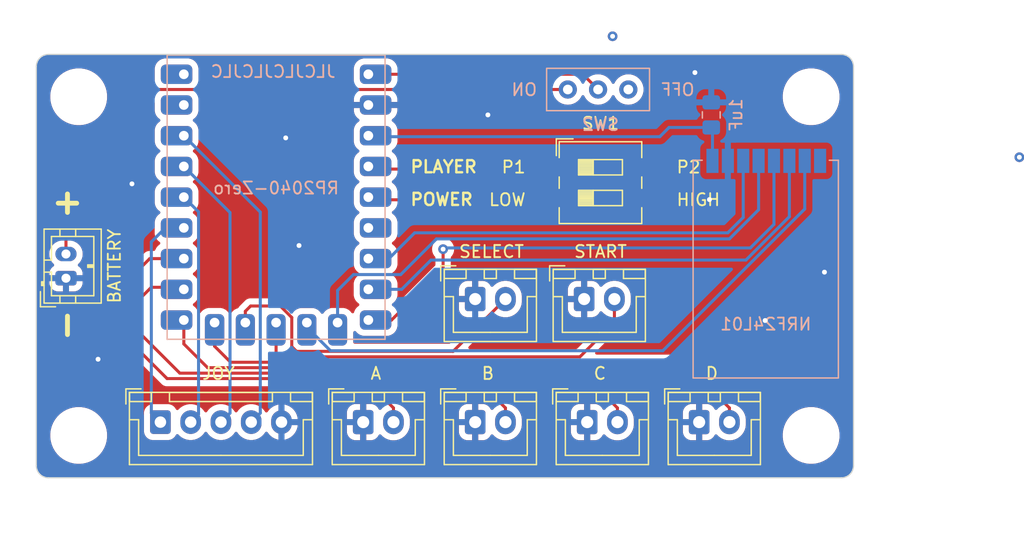
<source format=kicad_pcb>
(kicad_pcb (version 20240108) (generator "pcbnew") (generator_version "8.0")
  (title_block (title "NG2040 Controller") (rev "1") (company "@partlyhuman"))
  (layers (0 "F.Cu" signal) (31 "B.Cu" signal) (34 "B.Paste" user) (35 "F.Paste" user) (36 "B.SilkS" user "B.Silkscreen") (37 "F.SilkS" user "F.Silkscreen") (38 "B.Mask" user) (39 "F.Mask" user) (44 "Edge.Cuts" user))
  (net 0 "")
  (net 1 "GND")
  (net 2 "/3V3")
  (net 3 "/BA")
  (net 4 "/BB")
  (net 5 "/BC")
  (net 6 "/BD")
  (net 7 "/STA")
  (net 8 "/SEL")
  (net 9 "/DD")
  (net 10 "/DU")
  (net 11 "/DR")
  (net 12 "/DL")
  (net 13 "/VBATT")
  (net 14 "/SET_POWER")
  (net 15 "/SET_PLAYER")
  (net 17 "/CE")
  (net 19 "/MISO")
  (net 20 "/MOSI")
  (net 21 "/SCK")
  (net 22 "/CS")
  (net 24 "Net-(J8-Pin_2)")
  (footprint "Connector_JST:JST_XH_B2B-XH-A_1x02_P2.50mm_Vertical" (layer "F.Cu") (at 74.25 59.725001)
    (property "Reference" "J6" (hide yes))
    (property "Value" "SELECT" (at 1.35 -3.925001 0) (layer "F.SilkS"))
    (fp_line (start -2.85 -2.75) (end -2.85 -1.5) (stroke (width 0.12)) (layer "F.SilkS"))
    (fp_line (start -2.56 -2.46) (end -2.56 3.51) (stroke (width 0.12)) (layer "F.SilkS"))
    (fp_line (start -2.56 3.51) (end 5.06 3.51) (stroke (width 0.12)) (layer "F.SilkS"))
    (fp_line (start -2.55 -2.45) (end -2.55 -1.7) (stroke (width 0.12)) (layer "F.SilkS"))
    (fp_line (start -2.55 -1.7) (end -0.750001 -1.7) (stroke (width 0.12)) (layer "F.SilkS"))
    (fp_line (start -2.55 -0.2) (end -1.8 -0.2) (stroke (width 0.12)) (layer "F.SilkS"))
    (fp_line (start -1.8 -0.2) (end -1.8 2.75) (stroke (width 0.12)) (layer "F.SilkS"))
    (fp_line (start -1.8 2.75) (end 1.25 2.75) (stroke (width 0.12)) (layer "F.SilkS"))
    (fp_line (start -1.6 -2.75) (end -2.85 -2.75) (stroke (width 0.12)) (layer "F.SilkS"))
    (fp_line (start -0.750001 -1.7) (end -0.75 -2.450001) (stroke (width 0.12)) (layer "F.SilkS"))
    (fp_line (start -0.75 -2.450001) (end -2.55 -2.45) (stroke (width 0.12)) (layer "F.SilkS"))
    (fp_line (start 0.75 -2.450001) (end 0.750001 -1.7) (stroke (width 0.12)) (layer "F.SilkS"))
    (fp_line (start 0.750001 -1.7) (end 1.749999 -1.7) (stroke (width 0.12)) (layer "F.SilkS"))
    (fp_line (start 1.749999 -2.45) (end 0.75 -2.450001) (stroke (width 0.12)) (layer "F.SilkS"))
    (fp_line (start 1.749999 -1.7) (end 1.749999 -2.45) (stroke (width 0.12)) (layer "F.SilkS"))
    (fp_line (start 3.25 -2.450001) (end 3.250001 -1.7) (stroke (width 0.12)) (layer "F.SilkS"))
    (fp_line (start 3.250001 -1.7) (end 5.05 -1.7) (stroke (width 0.12)) (layer "F.SilkS"))
    (fp_line (start 4.3 -0.2) (end 4.3 2.75) (stroke (width 0.12)) (layer "F.SilkS"))
    (fp_line (start 4.3 2.75) (end 1.25 2.75) (stroke (width 0.12)) (layer "F.SilkS"))
    (fp_line (start 5.05 -2.45) (end 3.25 -2.450001) (stroke (width 0.12)) (layer "F.SilkS"))
    (fp_line (start 5.05 -1.7) (end 5.05 -2.45) (stroke (width 0.12)) (layer "F.SilkS"))
    (fp_line (start 5.05 -0.2) (end 4.3 -0.2) (stroke (width 0.12)) (layer "F.SilkS"))
    (fp_line (start 5.06 -2.46) (end -2.56 -2.46) (stroke (width 0.12)) (layer "F.SilkS"))
    (fp_line (start 5.06 3.51) (end 5.06 -2.46) (stroke (width 0.12)) (layer "F.SilkS"))
    (pad "1" thru_hole roundrect (at 0 0) (size 1.7 2) (drill 1) (layers "*.Cu" "*.Mask") (roundrect_rratio 0.147059) (net 1 "GND"))
    (pad "2" thru_hole oval (at 2.5 0) (size 1.7 2) (drill 1) (layers "*.Cu" "*.Mask") (net 8 "/SEL"))
  )
  (footprint "Connector_JST:JST_XH_B2B-XH-A_1x02_P2.50mm_Vertical" (layer "F.Cu") (at 83.25 59.725001)
    (property "Reference" "J5" (hide yes))
    (property "Value" "START" (at 1.35 -3.925001 0) (layer "F.SilkS"))
    (fp_line (start -2.85 -2.75) (end -2.85 -1.5) (stroke (width 0.12)) (layer "F.SilkS"))
    (fp_line (start -2.56 -2.46) (end -2.56 3.51) (stroke (width 0.12)) (layer "F.SilkS"))
    (fp_line (start -2.56 3.51) (end 5.06 3.51) (stroke (width 0.12)) (layer "F.SilkS"))
    (fp_line (start -2.55 -2.45) (end -2.55 -1.7) (stroke (width 0.12)) (layer "F.SilkS"))
    (fp_line (start -2.55 -1.7) (end -0.750001 -1.7) (stroke (width 0.12)) (layer "F.SilkS"))
    (fp_line (start -2.55 -0.2) (end -1.8 -0.2) (stroke (width 0.12)) (layer "F.SilkS"))
    (fp_line (start -1.8 -0.2) (end -1.8 2.75) (stroke (width 0.12)) (layer "F.SilkS"))
    (fp_line (start -1.8 2.75) (end 1.25 2.75) (stroke (width 0.12)) (layer "F.SilkS"))
    (fp_line (start -1.6 -2.75) (end -2.85 -2.75) (stroke (width 0.12)) (layer "F.SilkS"))
    (fp_line (start -0.750001 -1.7) (end -0.75 -2.450001) (stroke (width 0.12)) (layer "F.SilkS"))
    (fp_line (start -0.75 -2.450001) (end -2.55 -2.45) (stroke (width 0.12)) (layer "F.SilkS"))
    (fp_line (start 0.75 -2.450001) (end 0.750001 -1.7) (stroke (width 0.12)) (layer "F.SilkS"))
    (fp_line (start 0.750001 -1.7) (end 1.749999 -1.7) (stroke (width 0.12)) (layer "F.SilkS"))
    (fp_line (start 1.749999 -2.45) (end 0.75 -2.450001) (stroke (width 0.12)) (layer "F.SilkS"))
    (fp_line (start 1.749999 -1.7) (end 1.749999 -2.45) (stroke (width 0.12)) (layer "F.SilkS"))
    (fp_line (start 3.25 -2.450001) (end 3.250001 -1.7) (stroke (width 0.12)) (layer "F.SilkS"))
    (fp_line (start 3.250001 -1.7) (end 5.05 -1.7) (stroke (width 0.12)) (layer "F.SilkS"))
    (fp_line (start 4.3 -0.2) (end 4.3 2.75) (stroke (width 0.12)) (layer "F.SilkS"))
    (fp_line (start 4.3 2.75) (end 1.25 2.75) (stroke (width 0.12)) (layer "F.SilkS"))
    (fp_line (start 5.05 -2.45) (end 3.25 -2.450001) (stroke (width 0.12)) (layer "F.SilkS"))
    (fp_line (start 5.05 -1.7) (end 5.05 -2.45) (stroke (width 0.12)) (layer "F.SilkS"))
    (fp_line (start 5.05 -0.2) (end 4.3 -0.2) (stroke (width 0.12)) (layer "F.SilkS"))
    (fp_line (start 5.06 -2.46) (end -2.56 -2.46) (stroke (width 0.12)) (layer "F.SilkS"))
    (fp_line (start 5.06 3.51) (end 5.06 -2.46) (stroke (width 0.12)) (layer "F.SilkS"))
    (pad "1" thru_hole roundrect (at 0 0) (size 1.7 2) (drill 1) (layers "*.Cu" "*.Mask") (roundrect_rratio 0.147059) (net 1 "GND"))
    (pad "2" thru_hole oval (at 2.5 0) (size 1.7 2) (drill 1) (layers "*.Cu" "*.Mask") (net 7 "/STA"))
  )
  (footprint "Connector_JST:JST_XH_B5B-XH-A_1x05_P2.50mm_Vertical" (layer "F.Cu") (at 48.25 69.899999)
    (property "Reference" "J7" (hide yes))
    (property "Value" "JOY" (at 4.8 -4.025001 0) (layer "F.SilkS"))
    (fp_line (start -2.85 -2.75) (end -2.85 -1.5) (stroke (width 0.12)) (layer "F.SilkS"))
    (fp_line (start -2.56 -2.46) (end -2.56 3.51) (stroke (width 0.12)) (layer "F.SilkS"))
    (fp_line (start -2.56 3.51) (end 12.56 3.51) (stroke (width 0.12)) (layer "F.SilkS"))
    (fp_line (start -2.55 -2.45) (end -2.55 -1.7) (stroke (width 0.12)) (layer "F.SilkS"))
    (fp_line (start -2.55 -1.7) (end -0.750001 -1.7) (stroke (width 0.12)) (layer "F.SilkS"))
    (fp_line (start -2.55 -0.2) (end -1.8 -0.2) (stroke (width 0.12)) (layer "F.SilkS"))
    (fp_line (start -1.8 -0.2) (end -1.8 2.75) (stroke (width 0.12)) (layer "F.SilkS"))
    (fp_line (start -1.8 2.75) (end 5 2.75) (stroke (width 0.12)) (layer "F.SilkS"))
    (fp_line (start -1.6 -2.75) (end -2.85 -2.75) (stroke (width 0.12)) (layer "F.SilkS"))
    (fp_line (start -0.750001 -1.7) (end -0.75 -2.450001) (stroke (width 0.12)) (layer "F.SilkS"))
    (fp_line (start -0.75 -2.450001) (end -2.55 -2.45) (stroke (width 0.12)) (layer "F.SilkS"))
    (fp_line (start 0.75 -2.450001) (end 0.750001 -1.7) (stroke (width 0.12)) (layer "F.SilkS"))
    (fp_line (start 0.750001 -1.7) (end 9.25 -1.7) (stroke (width 0.12)) (layer "F.SilkS"))
    (fp_line (start 9.25 -2.45) (end 0.75 -2.450001) (stroke (width 0.12)) (layer "F.SilkS"))
    (fp_line (start 9.25 -1.7) (end 9.25 -2.45) (stroke (width 0.12)) (layer "F.SilkS"))
    (fp_line (start 10.749999 -1.7) (end 12.550001 -1.7) (stroke (width 0.12)) (layer "F.SilkS"))
    (fp_line (start 10.75 -2.450001) (end 10.749999 -1.7) (stroke (width 0.12)) (layer "F.SilkS"))
    (fp_line (start 11.8 -0.199999) (end 11.8 2.75) (stroke (width 0.12)) (layer "F.SilkS"))
    (fp_line (start 11.8 2.75) (end 5 2.75) (stroke (width 0.12)) (layer "F.SilkS"))
    (fp_line (start 12.55 -2.450001) (end 10.75 -2.450001) (stroke (width 0.12)) (layer "F.SilkS"))
    (fp_line (start 12.55 -0.199999) (end 11.8 -0.199999) (stroke (width 0.12)) (layer "F.SilkS"))
    (fp_line (start 12.550001 -1.7) (end 12.55 -2.450001) (stroke (width 0.12)) (layer "F.SilkS"))
    (fp_line (start 12.56 -2.46) (end -2.56 -2.46) (stroke (width 0.12)) (layer "F.SilkS"))
    (fp_line (start 12.56 3.51) (end 12.56 -2.46) (stroke (width 0.12)) (layer "F.SilkS"))
    (pad "1" thru_hole roundrect (at 0 0) (size 1.7 1.95) (drill 0.95) (layers "*.Cu" "*.Mask") (roundrect_rratio 0.147059) (net 10 "/DU"))
    (pad "2" thru_hole oval (at 2.5 0) (size 1.7 1.95) (drill 0.95) (layers "*.Cu" "*.Mask") (net 9 "/DD"))
    (pad "3" thru_hole oval (at 5 0) (size 1.7 1.95) (drill 0.95) (layers "*.Cu" "*.Mask") (net 11 "/DR"))
    (pad "4" thru_hole oval (at 7.5 0) (size 1.7 1.95) (drill 0.95) (layers "*.Cu" "*.Mask") (net 12 "/DL"))
    (pad "5" thru_hole oval (at 10 0) (size 1.7 1.95) (drill 0.95) (layers "*.Cu" "*.Mask") (net 1 "GND"))
  )
  (footprint "Connector_JST:JST_XH_B2B-XH-A_1x02_P2.50mm_Vertical" (layer "F.Cu") (at 92.75 69.9)
    (property "Reference" "J4" (hide yes))
    (property "Value" "D" (at 1.05 -4.025001 0) (layer "F.SilkS"))
    (fp_line (start -2.85 -2.75) (end -2.85 -1.5) (stroke (width 0.12)) (layer "F.SilkS"))
    (fp_line (start -2.56 -2.46) (end -2.56 3.51) (stroke (width 0.12)) (layer "F.SilkS"))
    (fp_line (start -2.56 3.51) (end 5.06 3.51) (stroke (width 0.12)) (layer "F.SilkS"))
    (fp_line (start -2.55 -2.45) (end -2.55 -1.7) (stroke (width 0.12)) (layer "F.SilkS"))
    (fp_line (start -2.55 -1.7) (end -0.750001 -1.7) (stroke (width 0.12)) (layer "F.SilkS"))
    (fp_line (start -2.55 -0.2) (end -1.8 -0.2) (stroke (width 0.12)) (layer "F.SilkS"))
    (fp_line (start -1.8 -0.2) (end -1.8 2.75) (stroke (width 0.12)) (layer "F.SilkS"))
    (fp_line (start -1.8 2.75) (end 1.25 2.75) (stroke (width 0.12)) (layer "F.SilkS"))
    (fp_line (start -1.6 -2.75) (end -2.85 -2.75) (stroke (width 0.12)) (layer "F.SilkS"))
    (fp_line (start -0.750001 -1.7) (end -0.75 -2.450001) (stroke (width 0.12)) (layer "F.SilkS"))
    (fp_line (start -0.75 -2.450001) (end -2.55 -2.45) (stroke (width 0.12)) (layer "F.SilkS"))
    (fp_line (start 0.75 -2.450001) (end 0.750001 -1.7) (stroke (width 0.12)) (layer "F.SilkS"))
    (fp_line (start 0.750001 -1.7) (end 1.749999 -1.7) (stroke (width 0.12)) (layer "F.SilkS"))
    (fp_line (start 1.749999 -2.45) (end 0.75 -2.450001) (stroke (width 0.12)) (layer "F.SilkS"))
    (fp_line (start 1.749999 -1.7) (end 1.749999 -2.45) (stroke (width 0.12)) (layer "F.SilkS"))
    (fp_line (start 3.25 -2.450001) (end 3.250001 -1.7) (stroke (width 0.12)) (layer "F.SilkS"))
    (fp_line (start 3.250001 -1.7) (end 5.05 -1.7) (stroke (width 0.12)) (layer "F.SilkS"))
    (fp_line (start 4.3 -0.2) (end 4.3 2.75) (stroke (width 0.12)) (layer "F.SilkS"))
    (fp_line (start 4.3 2.75) (end 1.25 2.75) (stroke (width 0.12)) (layer "F.SilkS"))
    (fp_line (start 5.05 -2.45) (end 3.25 -2.450001) (stroke (width 0.12)) (layer "F.SilkS"))
    (fp_line (start 5.05 -1.7) (end 5.05 -2.45) (stroke (width 0.12)) (layer "F.SilkS"))
    (fp_line (start 5.05 -0.2) (end 4.3 -0.2) (stroke (width 0.12)) (layer "F.SilkS"))
    (fp_line (start 5.06 -2.46) (end -2.56 -2.46) (stroke (width 0.12)) (layer "F.SilkS"))
    (fp_line (start 5.06 3.51) (end 5.06 -2.46) (stroke (width 0.12)) (layer "F.SilkS"))
    (pad "1" thru_hole roundrect (at 0 0) (size 1.7 2) (drill 1) (layers "*.Cu" "*.Mask") (roundrect_rratio 0.147059) (net 1 "GND"))
    (pad "2" thru_hole oval (at 2.5 0) (size 1.7 2) (drill 1) (layers "*.Cu" "*.Mask") (net 6 "/BD"))
  )
  (footprint "MountingHole:MountingHole_2.7mm_M2.5" (layer "F.Cu") (at 41.5 43 180)
    (property "Reference" "H4" (hide yes))
    (property "Value" "MountingHole_2.7mm_M2.5" (hide yes))
    (pad "" np_thru_hole circle (at 0 0 180) (size 2.7 2.7) (drill 2.7) (layers "*.Cu" "*.Mask"))
  )
  (footprint "Connector_JST:JST_XH_B2B-XH-A_1x02_P2.50mm_Vertical" (layer "F.Cu") (at 83.5 69.9)
    (property "Reference" "J3" (hide yes))
    (property "Value" "C" (at 1.05 -4.025001 0) (layer "F.SilkS"))
    (fp_line (start -2.85 -2.75) (end -2.85 -1.5) (stroke (width 0.12)) (layer "F.SilkS"))
    (fp_line (start -2.56 -2.46) (end -2.56 3.51) (stroke (width 0.12)) (layer "F.SilkS"))
    (fp_line (start -2.56 3.51) (end 5.06 3.51) (stroke (width 0.12)) (layer "F.SilkS"))
    (fp_line (start -2.55 -2.45) (end -2.55 -1.7) (stroke (width 0.12)) (layer "F.SilkS"))
    (fp_line (start -2.55 -1.7) (end -0.750001 -1.7) (stroke (width 0.12)) (layer "F.SilkS"))
    (fp_line (start -2.55 -0.2) (end -1.8 -0.2) (stroke (width 0.12)) (layer "F.SilkS"))
    (fp_line (start -1.8 -0.2) (end -1.8 2.75) (stroke (width 0.12)) (layer "F.SilkS"))
    (fp_line (start -1.8 2.75) (end 1.25 2.75) (stroke (width 0.12)) (layer "F.SilkS"))
    (fp_line (start -1.6 -2.75) (end -2.85 -2.75) (stroke (width 0.12)) (layer "F.SilkS"))
    (fp_line (start -0.750001 -1.7) (end -0.75 -2.450001) (stroke (width 0.12)) (layer "F.SilkS"))
    (fp_line (start -0.75 -2.450001) (end -2.55 -2.45) (stroke (width 0.12)) (layer "F.SilkS"))
    (fp_line (start 0.75 -2.450001) (end 0.750001 -1.7) (stroke (width 0.12)) (layer "F.SilkS"))
    (fp_line (start 0.750001 -1.7) (end 1.749999 -1.7) (stroke (width 0.12)) (layer "F.SilkS"))
    (fp_line (start 1.749999 -2.45) (end 0.75 -2.450001) (stroke (width 0.12)) (layer "F.SilkS"))
    (fp_line (start 1.749999 -1.7) (end 1.749999 -2.45) (stroke (width 0.12)) (layer "F.SilkS"))
    (fp_line (start 3.25 -2.450001) (end 3.250001 -1.7) (stroke (width 0.12)) (layer "F.SilkS"))
    (fp_line (start 3.250001 -1.7) (end 5.05 -1.7) (stroke (width 0.12)) (layer "F.SilkS"))
    (fp_line (start 4.3 -0.2) (end 4.3 2.75) (stroke (width 0.12)) (layer "F.SilkS"))
    (fp_line (start 4.3 2.75) (end 1.25 2.75) (stroke (width 0.12)) (layer "F.SilkS"))
    (fp_line (start 5.05 -2.45) (end 3.25 -2.450001) (stroke (width 0.12)) (layer "F.SilkS"))
    (fp_line (start 5.05 -1.7) (end 5.05 -2.45) (stroke (width 0.12)) (layer "F.SilkS"))
    (fp_line (start 5.05 -0.2) (end 4.3 -0.2) (stroke (width 0.12)) (layer "F.SilkS"))
    (fp_line (start 5.06 -2.46) (end -2.56 -2.46) (stroke (width 0.12)) (layer "F.SilkS"))
    (fp_line (start 5.06 3.51) (end 5.06 -2.46) (stroke (width 0.12)) (layer "F.SilkS"))
    (pad "1" thru_hole roundrect (at 0 0) (size 1.7 2) (drill 1) (layers "*.Cu" "*.Mask") (roundrect_rratio 0.147059) (net 1 "GND"))
    (pad "2" thru_hole oval (at 2.5 0) (size 1.7 2) (drill 1) (layers "*.Cu" "*.Mask") (net 5 "/BC"))
  )
  (footprint "MountingHole:MountingHole_2.7mm_M2.5" (layer "F.Cu") (at 102 43 180)
    (property "Reference" "H3" (hide yes))
    (property "Value" "MountingHole_2.7mm_M2.5" (hide yes))
    (pad "" np_thru_hole circle (at 0 0 180) (size 2.7 2.7) (drill 2.7) (layers "*.Cu" "*.Mask"))
  )
  (footprint "MountingHole:MountingHole_2.7mm_M2.5" (layer "F.Cu") (at 41.5 71 180)
    (property "Reference" "H2" (hide yes))
    (property "Value" "MountingHole_2.7mm_M2.5" (hide yes))
    (pad "" np_thru_hole circle (at 0 0 180) (size 2.7 2.7) (drill 2.7) (layers "*.Cu" "*.Mask"))
  )
  (footprint "Connector_JST:JST_XH_B2B-XH-A_1x02_P2.50mm_Vertical" (layer "F.Cu") (at 74.25 69.9)
    (property "Reference" "J2" (hide yes))
    (property "Value" "B" (at 1.05 -4.025001 0) (layer "F.SilkS"))
    (fp_line (start -2.85 -2.75) (end -2.85 -1.5) (stroke (width 0.12)) (layer "F.SilkS"))
    (fp_line (start -2.56 -2.46) (end -2.56 3.51) (stroke (width 0.12)) (layer "F.SilkS"))
    (fp_line (start -2.56 3.51) (end 5.06 3.51) (stroke (width 0.12)) (layer "F.SilkS"))
    (fp_line (start -2.55 -2.45) (end -2.55 -1.7) (stroke (width 0.12)) (layer "F.SilkS"))
    (fp_line (start -2.55 -1.7) (end -0.750001 -1.7) (stroke (width 0.12)) (layer "F.SilkS"))
    (fp_line (start -2.55 -0.2) (end -1.8 -0.2) (stroke (width 0.12)) (layer "F.SilkS"))
    (fp_line (start -1.8 -0.2) (end -1.8 2.75) (stroke (width 0.12)) (layer "F.SilkS"))
    (fp_line (start -1.8 2.75) (end 1.25 2.75) (stroke (width 0.12)) (layer "F.SilkS"))
    (fp_line (start -1.6 -2.75) (end -2.85 -2.75) (stroke (width 0.12)) (layer "F.SilkS"))
    (fp_line (start -0.750001 -1.7) (end -0.75 -2.450001) (stroke (width 0.12)) (layer "F.SilkS"))
    (fp_line (start -0.75 -2.450001) (end -2.55 -2.45) (stroke (width 0.12)) (layer "F.SilkS"))
    (fp_line (start 0.75 -2.450001) (end 0.750001 -1.7) (stroke (width 0.12)) (layer "F.SilkS"))
    (fp_line (start 0.750001 -1.7) (end 1.749999 -1.7) (stroke (width 0.12)) (layer "F.SilkS"))
    (fp_line (start 1.749999 -2.45) (end 0.75 -2.450001) (stroke (width 0.12)) (layer "F.SilkS"))
    (fp_line (start 1.749999 -1.7) (end 1.749999 -2.45) (stroke (width 0.12)) (layer "F.SilkS"))
    (fp_line (start 3.25 -2.450001) (end 3.250001 -1.7) (stroke (width 0.12)) (layer "F.SilkS"))
    (fp_line (start 3.250001 -1.7) (end 5.05 -1.7) (stroke (width 0.12)) (layer "F.SilkS"))
    (fp_line (start 4.3 -0.2) (end 4.3 2.75) (stroke (width 0.12)) (layer "F.SilkS"))
    (fp_line (start 4.3 2.75) (end 1.25 2.75) (stroke (width 0.12)) (layer "F.SilkS"))
    (fp_line (start 5.05 -2.45) (end 3.25 -2.450001) (stroke (width 0.12)) (layer "F.SilkS"))
    (fp_line (start 5.05 -1.7) (end 5.05 -2.45) (stroke (width 0.12)) (layer "F.SilkS"))
    (fp_line (start 5.05 -0.2) (end 4.3 -0.2) (stroke (width 0.12)) (layer "F.SilkS"))
    (fp_line (start 5.06 -2.46) (end -2.56 -2.46) (stroke (width 0.12)) (layer "F.SilkS"))
    (fp_line (start 5.06 3.51) (end 5.06 -2.46) (stroke (width 0.12)) (layer "F.SilkS"))
    (pad "1" thru_hole roundrect (at 0 0) (size 1.7 2) (drill 1) (layers "*.Cu" "*.Mask") (roundrect_rratio 0.147059) (net 1 "GND"))
    (pad "2" thru_hole oval (at 2.5 0) (size 1.7 2) (drill 1) (layers "*.Cu" "*.Mask") (net 4 "/BB"))
  )
  (footprint "Button_Switch_SMD:SW_DIP_SPSTx02_Slide_6.7x6.64mm_W8.61mm_P2.54mm_LowProfile" (layer "F.Cu") (at 84.6 50.1)
    (property "Reference" "SW1" (at 0 -4.9 0) (layer "F.SilkS"))
    (property "Value" "OPTS")
    (fp_line (start -3.65 -3.62) (end -3.65 -2.237) (stroke (width 0.12)) (layer "F.SilkS"))
    (fp_line (start -3.65 -3.62) (end -2.267001 -3.62) (stroke (width 0.12)) (layer "F.SilkS"))
    (fp_line (start -3.41 -3.38) (end -3.41 -2.07) (stroke (width 0.12)) (layer "F.SilkS"))
    (fp_line (start -3.41 -3.38) (end 3.41 -3.38) (stroke (width 0.12)) (layer "F.SilkS"))
    (fp_line (start -3.41 -0.47) (end -3.41 0.47) (stroke (width 0.12)) (layer "F.SilkS"))
    (fp_line (start -3.41 2.07) (end -3.41 3.38) (stroke (width 0.12)) (layer "F.SilkS"))
    (fp_line (start -3.41 3.38) (end 3.41 3.38) (stroke (width 0.12)) (layer "F.SilkS"))
    (fp_line (start -1.81 -1.905) (end -1.81 -0.635) (stroke (width 0.12)) (layer "F.SilkS"))
    (fp_line (start -1.81 -1.785) (end -0.603332 -1.785) (stroke (width 0.12)) (layer "F.SilkS"))
    (fp_line (start -1.81 -1.665) (end -0.603333 -1.665) (stroke (width 0.12)) (layer "F.SilkS"))
    (fp_line (start -1.81 -1.545) (end -0.603333 -1.545) (stroke (width 0.12)) (layer "F.SilkS"))
    (fp_line (start -1.81 -1.425) (end -0.603333 -1.425) (stroke (width 0.12)) (layer "F.SilkS"))
    (fp_line (start -1.81 -1.305) (end -0.603333 -1.305) (stroke (width 0.12)) (layer "F.SilkS"))
    (fp_line (start -1.81 -1.185) (end -0.603332 -1.185) (stroke (width 0.12)) (layer "F.SilkS"))
    (fp_line (start -1.81 -1.065) (end -0.603333 -1.065) (stroke (width 0.12)) (layer "F.SilkS"))
    (fp_line (start -1.81 -0.945) (end -0.603333 -0.945) (stroke (width 0.12)) (layer "F.SilkS"))
    (fp_line (start -1.81 -0.825) (end -0.603333 -0.825) (stroke (width 0.12)) (layer "F.SilkS"))
    (fp_line (start -1.81 -0.705) (end -0.603333 -0.705) (stroke (width 0.12)) (layer "F.SilkS"))
    (fp_line (start -1.81 -0.635) (end 1.81 -0.635) (stroke (width 0.12)) (layer "F.SilkS"))
    (fp_line (start -1.81 0.635) (end -1.81 1.905) (stroke (width 0.12)) (layer "F.SilkS"))
    (fp_line (start -1.81 0.755) (end -0.603332 0.755) (stroke (width 0.12)) (layer "F.SilkS"))
    (fp_line (start -1.81 0.875) (end -0.603332 0.875) (stroke (width 0.12)) (layer "F.SilkS"))
    (fp_line (start -1.81 0.995) (end -0.603333 0.995) (stroke (width 0.12)) (layer "F.SilkS"))
    (fp_line (start -1.81 1.115) (end -0.603333 1.115) (stroke (width 0.12)) (layer "F.SilkS"))
    (fp_line (start -1.81 1.235) (end -0.603333 1.235) (stroke (width 0.12)) (layer "F.SilkS"))
    (fp_line (start -1.81 1.355) (end -0.603333 1.355) (stroke (width 0.12)) (layer "F.SilkS"))
    (fp_line (start -1.81 1.475) (end -0.603332 1.475) (stroke (width 0.12)) (layer "F.SilkS"))
    (fp_line (start -1.81 1.595) (end -0.603333 1.595) (stroke (width 0.12)) (layer "F.SilkS"))
    (fp_line (start -1.81 1.715) (end -0.603333 1.715) (stroke (width 0.12)) (layer "F.SilkS"))
    (fp_line (start -1.81 1.835) (end -0.603333 1.835) (stroke (width 0.12)) (layer "F.SilkS"))
    (fp_line (start -1.81 1.905) (end 1.81 1.905) (stroke (width 0.12)) (layer "F.SilkS"))
    (fp_line (start -0.603333 0.635) (end -0.603332 1.905) (stroke (width 0.12)) (layer "F.SilkS"))
    (fp_line (start -0.603332 -1.905) (end -0.603333 -0.635) (stroke (width 0.12)) (layer "F.SilkS"))
    (fp_line (start 1.81 -1.905) (end -1.81 -1.905) (stroke (width 0.12)) (layer "F.SilkS"))
    (fp_line (start 1.81 -0.635) (end 1.81 -1.905) (stroke (width 0.12)) (layer "F.SilkS"))
    (fp_line (start 1.81 0.635) (end -1.81 0.635) (stroke (width 0.12)) (layer "F.SilkS"))
    (fp_line (start 1.81 1.905) (end 1.81 0.635) (stroke (width 0.12)) (layer "F.SilkS"))
    (fp_line (start 3.41 -3.38) (end 3.41 -2.07) (stroke (width 0.12)) (layer "F.SilkS"))
    (fp_line (start 3.41 -0.47) (end 3.41 0.47) (stroke (width 0.12)) (layer "F.SilkS"))
    (fp_line (start 3.41 2.07) (end 3.41 3.38) (stroke (width 0.12)) (layer "F.SilkS"))
    (pad "1" smd rect (at -4.305 -1.27) (size 2.44 1.12) (layers "F.Cu" "F.Paste" "F.Mask") (net 15 "/SET_PLAYER"))
    (pad "2" smd rect (at -4.305 1.27) (size 2.44 1.12) (layers "F.Cu" "F.Paste" "F.Mask") (net 14 "/SET_POWER"))
    (pad "3" smd rect (at 4.305 1.27) (size 2.44 1.12) (layers "F.Cu" "F.Paste" "F.Mask") (net 1 "GND"))
    (pad "4" smd rect (at 4.305 -1.27) (size 2.44 1.12) (layers "F.Cu" "F.Paste" "F.Mask") (net 1 "GND"))
  )
  (footprint "Connector_JST:JST_XH_B2B-XH-A_1x02_P2.50mm_Vertical" (layer "F.Cu") (at 65 69.9)
    (property "Reference" "J1" (hide yes))
    (property "Value" "A" (at 1.05 -4.025001 0) (layer "F.SilkS"))
    (fp_line (start -2.85 -2.75) (end -2.85 -1.5) (stroke (width 0.12)) (layer "F.SilkS"))
    (fp_line (start -2.56 -2.46) (end -2.56 3.51) (stroke (width 0.12)) (layer "F.SilkS"))
    (fp_line (start -2.56 3.51) (end 5.06 3.51) (stroke (width 0.12)) (layer "F.SilkS"))
    (fp_line (start -2.55 -2.45) (end -2.55 -1.7) (stroke (width 0.12)) (layer "F.SilkS"))
    (fp_line (start -2.55 -1.7) (end -0.750001 -1.7) (stroke (width 0.12)) (layer "F.SilkS"))
    (fp_line (start -2.55 -0.2) (end -1.8 -0.2) (stroke (width 0.12)) (layer "F.SilkS"))
    (fp_line (start -1.8 -0.2) (end -1.8 2.75) (stroke (width 0.12)) (layer "F.SilkS"))
    (fp_line (start -1.8 2.75) (end 1.25 2.75) (stroke (width 0.12)) (layer "F.SilkS"))
    (fp_line (start -1.6 -2.75) (end -2.85 -2.75) (stroke (width 0.12)) (layer "F.SilkS"))
    (fp_line (start -0.750001 -1.7) (end -0.75 -2.450001) (stroke (width 0.12)) (layer "F.SilkS"))
    (fp_line (start -0.75 -2.450001) (end -2.55 -2.45) (stroke (width 0.12)) (layer "F.SilkS"))
    (fp_line (start 0.75 -2.450001) (end 0.750001 -1.7) (stroke (width 0.12)) (layer "F.SilkS"))
    (fp_line (start 0.750001 -1.7) (end 1.749999 -1.7) (stroke (width 0.12)) (layer "F.SilkS"))
    (fp_line (start 1.749999 -2.45) (end 0.75 -2.450001) (stroke (width 0.12)) (layer "F.SilkS"))
    (fp_line (start 1.749999 -1.7) (end 1.749999 -2.45) (stroke (width 0.12)) (layer "F.SilkS"))
    (fp_line (start 3.25 -2.450001) (end 3.250001 -1.7) (stroke (width 0.12)) (layer "F.SilkS"))
    (fp_line (start 3.250001 -1.7) (end 5.05 -1.7) (stroke (width 0.12)) (layer "F.SilkS"))
    (fp_line (start 4.3 -0.2) (end 4.3 2.75) (stroke (width 0.12)) (layer "F.SilkS"))
    (fp_line (start 4.3 2.75) (end 1.25 2.75) (stroke (width 0.12)) (layer "F.SilkS"))
    (fp_line (start 5.05 -2.45) (end 3.25 -2.450001) (stroke (width 0.12)) (layer "F.SilkS"))
    (fp_line (start 5.05 -1.7) (end 5.05 -2.45) (stroke (width 0.12)) (layer "F.SilkS"))
    (fp_line (start 5.05 -0.2) (end 4.3 -0.2) (stroke (width 0.12)) (layer "F.SilkS"))
    (fp_line (start 5.06 -2.46) (end -2.56 -2.46) (stroke (width 0.12)) (layer "F.SilkS"))
    (fp_line (start 5.06 3.51) (end 5.06 -2.46) (stroke (width 0.12)) (layer "F.SilkS"))
    (pad "1" thru_hole roundrect (at 0 0) (size 1.7 2) (drill 1) (layers "*.Cu" "*.Mask") (roundrect_rratio 0.147059) (net 1 "GND"))
    (pad "2" thru_hole oval (at 2.5 0) (size 1.7 2) (drill 1) (layers "*.Cu" "*.Mask") (net 3 "/BA"))
  )
  (footprint "MountingHole:MountingHole_2.7mm_M2.5" (layer "F.Cu") (at 102 71 180)
    (property "Reference" "H1" (hide yes))
    (property "Value" "MountingHole_2.7mm_M2.5" (hide yes))
    (pad "" np_thru_hole circle (at 0 0 180) (size 2.7 2.7) (drill 2.7) (layers "*.Cu" "*.Mask"))
  )
  (footprint "Connector_JST:JST_PH_B2B-PH-K_1x02_P2.00mm_Vertical" (layer "F.Cu") (at 40.45 58 90)
    (property "Reference" "J8" (hide yes))
    (property "Value" "BATTERY" (at 1 4 -90) (layer "F.SilkS"))
    (fp_line (start -1.11 -2.11) (end -2.36 -2.11) (stroke (width 0.12)) (layer "F.SilkS"))
    (fp_line (start -2.36 -2.11) (end -2.36 -0.86) (stroke (width 0.12)) (layer "F.SilkS"))
    (fp_line (start -0.3 -2.010001) (end -0.6 -2.010001) (stroke (width 0.12)) (layer "F.SilkS"))
    (fp_line (start -0.6 -2.010001) (end -0.6 -1.81) (stroke (width 0.12)) (layer "F.SilkS"))
    (fp_line (start -0.3 -1.91) (end -0.6 -1.91) (stroke (width 0.12)) (layer "F.SilkS"))
    (fp_line (start 4.06 -1.81) (end -2.06 -1.81) (stroke (width 0.12)) (layer "F.SilkS"))
    (fp_line (start 0.5 -1.81) (end 0.5 -1.200001) (stroke (width 0.12)) (layer "F.SilkS"))
    (fp_line (start -0.3 -1.81) (end -0.3 -2.010001) (stroke (width 0.12)) (layer "F.SilkS"))
    (fp_line (start -2.06 -1.81) (end -2.06 2.91) (stroke (width 0.12)) (layer "F.SilkS"))
    (fp_line (start 3.45 -1.200001) (end 1.5 -1.2) (stroke (width 0.12)) (layer "F.SilkS"))
    (fp_line (start 0.5 -1.200001) (end -1.45 -1.2) (stroke (width 0.12)) (layer "F.SilkS"))
    (fp_line (start 1.5 -1.2) (end 1.5 -1.81) (stroke (width 0.12)) (layer "F.SilkS"))
    (fp_line (start -1.45 -1.2) (end -1.45 2.3) (stroke (width 0.12)) (layer "F.SilkS"))
    (fp_line (start 4.06 -0.5) (end 3.45 -0.5) (stroke (width 0.12)) (layer "F.SilkS"))
    (fp_line (start -2.06 -0.499999) (end -1.45 -0.5) (stroke (width 0.12)) (layer "F.SilkS"))
    (fp_line (start -2.06 0.799999) (end -1.45 0.8) (stroke (width 0.12)) (layer "F.SilkS"))
    (fp_line (start 4.06 0.8) (end 3.45 0.8) (stroke (width 0.12)) (layer "F.SilkS"))
    (fp_line (start 1.1 1.8) (end 1.1 2.3) (stroke (width 0.12)) (layer "F.SilkS"))
    (fp_line (start 0.9 1.8) (end 1.1 1.8) (stroke (width 0.12)) (layer "F.SilkS"))
    (fp_line (start 3.45 2.3) (end 3.45 -1.200001) (stroke (width 0.12)) (layer "F.SilkS"))
    (fp_line (start 1 2.3) (end 1 1.8) (stroke (width 0.12)) (layer "F.SilkS"))
    (fp_line (start 0.900001 2.3) (end 0.9 1.8) (stroke (width 0.12)) (layer "F.SilkS"))
    (fp_line (start -1.45 2.3) (end 3.45 2.3) (stroke (width 0.12)) (layer "F.SilkS"))
    (fp_line (start 4.06 2.91) (end 4.06 -1.81) (stroke (width 0.12)) (layer "F.SilkS"))
    (fp_line (start -2.06 2.91) (end 4.06 2.91) (stroke (width 0.12)) (layer "F.SilkS"))
    (pad "1" thru_hole roundrect (at 0 0 90) (size 1.2 1.75) (drill 0.75) (layers "*.Cu" "*.Mask") (roundrect_rratio 0.208333) (net 1 "GND"))
    (pad "2" thru_hole oval (at 2.000001 0 90) (size 1.2 1.75) (drill 0.75) (layers "*.Cu" "*.Mask") (net 24 "Net-(J8-Pin_2)"))
  )
  (footprint "NRF24L01:NRF24L01-SMD" (layer "B.Cu") (at 98.25 57)
    (property "Reference" "U2" (hide yes))
    (property "Value" "NRF24L01" (at 0 4.800001 0) (layer "B.SilkS") (effects (justify mirror)))
    (fp_line (start -6 -8.75) (end -5.25 -8.75) (stroke (width 0.12)) (layer "B.SilkS"))
    (fp_line (start -6 9.25) (end -6 -8.75) (stroke (width 0.12)) (layer "B.SilkS"))
    (fp_line (start 5.25 -8.75) (end 6 -8.75) (stroke (width 0.12)) (layer "B.SilkS"))
    (fp_line (start 6 -8.75) (end 6 9.25) (stroke (width 0.12)) (layer "B.SilkS"))
    (fp_line (start 6 9.25) (end -6 9.25) (stroke (width 0.12)) (layer "B.SilkS"))
    (pad "1" smd rect (at -3.13 -8.7) (size 1 2) (layers "B.Cu" "B.Paste" "B.Mask") (net 1 "GND"))
    (pad "2" smd rect (at -4.4 -8.7) (size 1 2) (layers "B.Cu" "B.Paste" "B.Mask") (net 2 "/3V3"))
    (pad "3" smd rect (at -1.860001 -8.7) (size 1 2) (layers "B.Cu" "B.Paste" "B.Mask") (net 17 "/CE"))
    (pad "4" smd rect (at -0.59 -8.7) (size 1 2) (layers "B.Cu" "B.Paste" "B.Mask") (net 22 "/CS"))
    (pad "5" smd rect (at 0.680001 -8.7) (size 1 2) (layers "B.Cu" "B.Paste" "B.Mask") (net 21 "/SCK"))
    (pad "6" smd rect (at 1.95 -8.7) (size 1 2) (layers "B.Cu" "B.Paste" "B.Mask") (net 20 "/MOSI"))
    (pad "7" smd rect (at 3.22 -8.7) (size 1 2) (layers "B.Cu" "B.Paste" "B.Mask") (net 19 "/MISO"))
    (pad "8" smd rect (at 4.489999 -8.7) (size 1 2) (layers "B.Cu" "B.Paste" "B.Mask"))
  )
  (footprint "Capacitor_SMD:C_0805_2012Metric_Pad1.18x1.45mm_HandSolder" (layer "B.Cu") (at 93.75 44.5 90)
    (property "Reference" "C1" (hide yes))
    (property "Value" "1uF" (at 0 2.05 -90) (layer "B.SilkS") (effects (justify mirror)))
    (fp_line (start 0.261253 -0.735) (end -0.261253 -0.735) (stroke (width 0.12)) (layer "B.SilkS"))
    (fp_line (start 0.261253 0.735) (end -0.261253 0.735) (stroke (width 0.12)) (layer "B.SilkS"))
    (pad "1" smd roundrect (at -1.0375 0 90) (size 1.175 1.45) (layers "B.Cu" "B.Paste" "B.Mask") (roundrect_rratio 0.212766) (net 2 "/3V3"))
    (pad "2" smd roundrect (at 1.0375 0 90) (size 1.175 1.45) (layers "B.Cu" "B.Paste" "B.Mask") (roundrect_rratio 0.212766) (net 1 "GND"))
  )
  (footprint "REB_Switch:REB_SlideSwitch_3pin" (layer "B.Cu") (at 86.9 42.4 180)
    (property "Reference" "SW2" (at 2.3 -2.9 0) (layer "B.SilkS") (effects (justify mirror)))
    (property "Value" "POWER")
    (fp_rect (start 6.75 -1.75) (end -1.75 1.75) (stroke (width 0.12)) (fill none) (layer "B.SilkS"))
    (pad "1" thru_hole circle (at 0 0 180) (size 1.5 1.5) (drill 0.8) (layers "*.Cu" "*.Mask"))
    (pad "2" thru_hole circle (at 2.5 0 180) (size 1.5 1.5) (drill 0.8) (layers "*.Cu" "*.Mask") (net 13 "/VBATT"))
    (pad "3" thru_hole circle (at 5 0 180) (size 1.5 1.5) (drill 0.8) (layers "*.Cu" "*.Mask") (net 24 "Net-(J8-Pin_2)"))
  )
  (footprint "RP2040Zero:RP2040-Zero" (layer "B.Cu") (at 67.965001 64 180)
    (property "Reference" "U1" (hide yes))
    (property "Value" "RP2040-Zero" (at 10.16 13.45 0) (layer "B.SilkS") (effects (justify mirror)))
    (fp_line (start 19.16 24.45) (end 19.159999 0.95) (stroke (width 0.12)) (layer "B.SilkS"))
    (fp_line (start 19.159999 0.95) (end 1.159999 0.95) (stroke (width 0.12)) (layer "B.SilkS"))
    (fp_line (start 1.16 24.45) (end 19.16 24.45) (stroke (width 0.12)) (layer "B.SilkS"))
    (fp_line (start 1.159999 0.95) (end 1.16 24.45) (stroke (width 0.12)) (layer "B.SilkS"))
    (pad "1" thru_hole roundrect (at 17.780001 22.86 180) (size 2.6 1.6) (drill 0.8 (offset 0.6 0)) (layers "*.Cu" "*.Mask"))
    (pad "2" thru_hole roundrect (at 17.78 20.32 180) (size 2.6 1.6) (drill 0.8 (offset 0.6 0)) (layers "*.Cu" "*.Mask"))
    (pad "3" thru_hole roundrect (at 17.78 17.78 180) (size 2.6 1.6) (drill 0.8 (offset 0.6 0)) (layers "*.Cu" "*.Mask") (net 12 "/DL"))
    (pad "4" thru_hole roundrect (at 17.78 15.24 180) (size 2.6 1.6) (drill 0.8 (offset 0.6 0)) (layers "*.Cu" "*.Mask") (net 11 "/DR"))
    (pad "5" thru_hole roundrect (at 17.78 12.700001 180) (size 2.6 1.6) (drill 0.8 (offset 0.6 0)) (layers "*.Cu" "*.Mask") (net 9 "/DD"))
    (pad "6" thru_hole roundrect (at 17.78 10.159999 180) (size 2.6 1.6002) (drill 0.8 (offset 0.6 0)) (layers "*.Cu" "*.Mask") (net 10 "/DU"))
    (pad "7" thru_hole roundrect (at 17.78 7.62 180) (size 2.6 1.6002) (drill 0.8 (offset 0.6 0)) (layers "*.Cu" "*.Mask") (net 3 "/BA"))
    (pad "8" thru_hole roundrect (at 17.78 5.08 180) (size 2.6 1.6002) (drill 0.8 (offset 0.6 0)) (layers "*.Cu" "*.Mask") (net 4 "/BB"))
    (pad "9" thru_hole roundrect (at 17.78 2.54 180) (size 2.6 1.6002) (drill 0.8 (offset 0.6 0)) (layers "*.Cu" "*.Mask") (net 5 "/BC"))
    (pad "10" thru_hole roundrect (at 15.24 2.33 180) (size 1.6 2.6) (drill 0.8 (offset 0 -0.6)) (layers "*.Cu" "*.Mask") (net 6 "/BD"))
    (pad "11" thru_hole roundrect (at 12.7 2.33 180) (size 1.5748 2.6) (drill 0.8 (offset 0 -0.6)) (layers "*.Cu" "*.Mask") (net 8 "/SEL"))
    (pad "12" thru_hole roundrect (at 10.16 2.33 180) (size 1.5748 2.6) (drill 0.8 (offset 0 -0.6)) (layers "*.Cu" "*.Mask") (net 7 "/STA"))
    (pad "13" thru_hole roundrect (at 7.62 2.33 180) (size 1.5748 2.6) (drill 0.8 (offset 0 -0.6)) (layers "*.Cu" "*.Mask") (net 19 "/MISO"))
    (pad "14" thru_hole roundrect (at 5.08 2.33 180) (size 1.5748 2.6) (drill 0.8 (offset 0 -0.6)) (layers "*.Cu" "*.Mask") (net 22 "/CS"))
    (pad "15" thru_hole roundrect (at 2.54 2.54 180) (size 2.6 1.6002) (drill 0.8 (offset -0.6 0)) (layers "*.Cu" "*.Mask") (net 21 "/SCK"))
    (pad "16" thru_hole roundrect (at 2.54 5.08 180) (size 2.6 1.6002) (drill 0.8 (offset -0.6 0)) (layers "*.Cu" "*.Mask") (net 20 "/MOSI"))
    (pad "17" thru_hole roundrect (at 2.54 7.62 180) (size 2.6 1.6002) (drill 0.8 (offset -0.6 0)) (layers "*.Cu" "*.Mask") (net 17 "/CE"))
    (pad "18" thru_hole roundrect (at 2.54 10.16 180) (size 2.6 1.6002) (drill 0.8 (offset -0.6 0)) (layers "*.Cu" "*.Mask"))
    (pad "19" thru_hole roundrect (at 2.54 12.7 180) (size 2.6 1.6002) (drill 0.8 (offset -0.6 0)) (layers "*.Cu" "*.Mask") (net 14 "/SET_POWER"))
    (pad "20" thru_hole roundrect (at 2.54 15.24 180) (size 2.6 1.6002) (drill 0.8 (offset -0.6 0)) (layers "*.Cu" "*.Mask") (net 15 "/SET_PLAYER"))
    (pad "21" thru_hole roundrect (at 2.54 17.78 180) (size 2.6 1.6002) (drill 0.8 (offset -0.6 0)) (layers "*.Cu" "*.Mask") (net 2 "/3V3"))
    (pad "22" thru_hole roundrect (at 2.54 20.32 180) (size 2.6 1.6002) (drill 0.8 (offset -0.6 0)) (layers "*.Cu" "*.Mask") (net 1 "GND"))
    (pad "23" thru_hole roundrect (at 2.54 22.86 180) (size 2.6 1.6002) (drill 0.8 (offset -0.6 0)) (layers "*.Cu" "*.Mask") (net 13 "/VBATT"))
  )
  (gr_line (start 38 73.5) (end 38 40.5) (stroke (width 0.1)) (layer "Edge.Cuts"))
  (gr_arc (start 104.5 39.5) (mid 105.207107 39.792893) (end 105.5 40.5) (stroke (width 0.1)) (layer "Edge.Cuts"))
  (gr_line (start 104.5 74.5) (end 39 74.5) (stroke (width 0.1)) (layer "Edge.Cuts"))
  (gr_arc (start 39 74.5) (mid 38.292893 74.207107) (end 38 73.5) (stroke (width 0.1)) (layer "Edge.Cuts"))
  (gr_line (start 39 39.5) (end 104.5 39.5) (stroke (width 0.1)) (layer "Edge.Cuts"))
  (gr_arc (start 38 40.5) (mid 38.292893 39.792893) (end 39 39.5) (stroke (width 0.1)) (layer "Edge.Cuts"))
  (gr_arc (start 105.5 73.5) (mid 105.207107 74.207107) (end 104.5 74.5) (stroke (width 0.1)) (layer "Edge.Cuts"))
  (gr_line (start 105.5 40.5) (end 105.5 73.5) (stroke (width 0.1)) (layer "Edge.Cuts"))
  (gr_text "ON" (at 79.45 43 0) (layer "B.SilkS") (effects (font (size 1 1)) (justify left bottom mirror)))
  (gr_text "OFF" (at 89.5 43 0) (layer "B.SilkS") (effects (font (size 1 1)) (justify right bottom mirror)))
  (gr_text "JLCJLCJLCJLC" (at 62.8 41.5 -0) (layer "B.SilkS") (effects (font (size 1 1)) (justify left bottom mirror)))
  (gr_text "LOW" (at 78.5 52.1 0) (layer "F.SilkS") (effects (font (size 1 1)) (justify right bottom)))
  (gr_text "P2" (at 90.8 49.4 0) (layer "F.SilkS") (effects (font (size 1 1)) (justify left bottom)))
  (gr_text "HIGH" (at 90.8 52.1 0) (layer "F.SilkS") (effects (font (size 1 1)) (justify left bottom)))
  (gr_text "+" (at 41.6 53.3 90) (layer "F.SilkS") (effects (font (size 2 2) (thickness 0.4) (bold yes)) (justify left bottom)))
  (gr_text "-" (at 41.6 63.4 90) (layer "F.SilkS") (effects (font (size 2 2) (thickness 0.4) (bold yes)) (justify left bottom)))
  (gr_text "PLAYER" (at 68.8 49.3745 0) (layer "F.SilkS") (effects (font (size 1 1) (thickness 0.2) (bold yes)) (justify left bottom)))
  (gr_text "P1" (at 78.5 49.4 0) (layer "F.SilkS") (effects (font (size 1 1)) (justify right bottom)))
  (gr_text "POWER" (at 68.8 52.0745 0) (layer "F.SilkS") (effects (font (size 1 1) (thickness 0.2) (bold yes)) (justify left bottom)))
  (via (at 119.2 48) (size 0.8) (drill 0.4) (layers "F.Cu" "B.Cu") (net 0))
  (via (at 85.6 38) (size 0.8) (drill 0.4) (layers "F.Cu" "B.Cu") (net 0))
  (via (at 92.4 41) (size 0.8) (drill 0.4) (layers "F.Cu" "B.Cu") (net 1))
  (via (at 98.2 61.5) (size 0.8) (drill 0.4) (layers "F.Cu" "B.Cu") (net 1))
  (via (at 93.6 51.5) (size 0.8) (drill 0.4) (layers "F.Cu" "B.Cu") (net 1))
  (via (at 43.1 64.7) (size 0.8) (drill 0.4) (layers "F.Cu" "B.Cu") (net 1))
  (via (at 45.9 50.2) (size 0.8) (drill 0.4) (layers "F.Cu" "B.Cu") (net 1))
  (via (at 58.6 46.4) (size 0.8) (drill 0.4) (layers "F.Cu" "B.Cu") (net 1))
  (via (at 103.1 57.5) (size 0.8) (drill 0.4) (layers "F.Cu" "B.Cu") (net 1))
  (via (at 59.7 55.3) (size 0.8) (drill 0.4) (layers "F.Cu" "B.Cu") (net 1))
  (via (at 75.3 44.5) (size 0.8) (drill 0.4) (layers "F.Cu" "B.Cu") (net 1))
  (segment (start 65.505001 46.3) (end 65.425001 46.22) (width 0.25) (layer "B.Cu") (net 2))
  (segment (start 93.85 48.3) (end 93.85 45.6375) (width 0.25) (layer "B.Cu") (net 2))
  (segment (start 89.5 46.3) (end 65.505001 46.3) (width 0.25) (layer "B.Cu") (net 2))
  (segment (start 93.85 45.6375) (end 93.75 45.5375) (width 0.25) (layer "B.Cu") (net 2))
  (segment (start 90.2625 45.5375) (end 89.5 46.3) (width 0.25) (layer "B.Cu") (net 2))
  (segment (start 93.75 45.5375) (end 90.2625 45.5375) (width 0.25) (layer "B.Cu") (net 2))
  (segment (start 67.5 69.9) (end 67.5 68.725001) (width 0.25) (layer "F.Cu") (net 3))
  (segment (start 47.37 56.38) (end 50.185001 56.38) (width 0.25) (layer "F.Cu") (net 3))
  (segment (start 46.25 63.75) (end 46.25 57.5) (width 0.25) (layer "F.Cu") (net 3))
  (segment (start 65.074999 66.3) (end 48.8 66.3) (width 0.25) (layer "F.Cu") (net 3))
  (segment (start 67.5 68.725001) (end 65.074999 66.3) (width 0.25) (layer "F.Cu") (net 3))
  (segment (start 48.8 66.3) (end 46.25 63.75) (width 0.25) (layer "F.Cu") (net 3))
  (segment (start 46.25 57.5) (end 47.37 56.38) (width 0.25) (layer "F.Cu") (net 3))
  (segment (start 46.7 59.55) (end 47.5 58.75) (width 0.25) (layer "F.Cu") (net 4))
  (segment (start 50.015001 58.75) (end 50.185001 58.92) (width 0.25) (layer "F.Cu") (net 4))
  (segment (start 49.85 65.85) (end 46.7 62.7) (width 0.25) (layer "F.Cu") (net 4))
  (segment (start 47.5 58.75) (end 50.015001 58.75) (width 0.25) (layer "F.Cu") (net 4))
  (segment (start 46.7 62.7) (end 46.7 59.55) (width 0.25) (layer "F.Cu") (net 4))
  (segment (start 76.75 69.9) (end 76.75 68.725001) (width 0.25) (layer "F.Cu") (net 4))
  (segment (start 76.75 68.725001) (end 73.874999 65.85) (width 0.25) (layer "F.Cu") (net 4))
  (segment (start 73.874999 65.85) (end 49.85 65.85) (width 0.25) (layer "F.Cu") (net 4))
  (segment (start 52.15 65.4) (end 82.674999 65.4) (width 0.25) (layer "F.Cu") (net 5))
  (segment (start 86 68.725001) (end 86 69.9) (width 0.25) (layer "F.Cu") (net 5))
  (segment (start 50.185001 63.435001) (end 52.15 65.4) (width 0.25) (layer "F.Cu") (net 5))
  (segment (start 82.674999 65.4) (end 86 68.725001) (width 0.25) (layer "F.Cu") (net 5))
  (segment (start 50.185001 61.46) (end 50.185001 63.435001) (width 0.25) (layer "F.Cu") (net 5))
  (segment (start 95.25 68.725001) (end 95.25 69.9) (width 0.25) (layer "F.Cu") (net 6))
  (segment (start 54.05 64.95) (end 91.474999 64.95) (width 0.25) (layer "F.Cu") (net 6))
  (segment (start 52.725001 61.67) (end 52.725001 63.625001) (width 0.25) (layer "F.Cu") (net 6))
  (segment (start 52.725001 63.625001) (end 54.05 64.95) (width 0.25) (layer "F.Cu") (net 6))
  (segment (start 91.474999 64.95) (end 95.25 68.725001) (width 0.25) (layer "F.Cu") (net 6))
  (segment (start 82.9 64.5) (end 85.75 61.65) (width 0.25) (layer "F.Cu") (net 7))
  (segment (start 58 64.5) (end 82.9 64.5) (width 0.25) (layer "F.Cu") (net 7))
  (segment (start 85.75 61.65) (end 85.75 59.725001) (width 0.25) (layer "F.Cu") (net 7))
  (segment (start 57.805001 64.305001) (end 58 64.5) (width 0.25) (layer "F.Cu") (net 7))
  (segment (start 57.805001 61.67) (end 57.805001 64.305001) (width 0.25) (layer "F.Cu") (net 7))
  (segment (start 59.1 63.656597) (end 59.493403 64.05) (width 0.25) (layer "F.Cu") (net 8))
  (segment (start 59.1 61.248601) (end 59.1 63.656597) (width 0.25) (layer "F.Cu") (net 8))
  (segment (start 72.425001 64.05) (end 76.75 59.725001) (width 0.25) (layer "F.Cu") (net 8))
  (segment (start 55.7 60.3) (end 58.151399 60.3) (width 0.25) (layer "F.Cu") (net 8))
  (segment (start 55.265001 61.67) (end 55.265001 60.734999) (width 0.25) (layer "F.Cu") (net 8))
  (segment (start 55.265001 60.734999) (end 55.7 60.3) (width 0.25) (layer "F.Cu") (net 8))
  (segment (start 59.493403 64.05) (end 72.425001 64.05) (width 0.25) (layer "F.Cu") (net 8))
  (segment (start 58.151399 60.3) (end 59.1 61.248601) (width 0.25) (layer "F.Cu") (net 8))
  (segment (start 51.4 69.249999) (end 51.4 52.514998) (width 0.25) (layer "B.Cu") (net 9))
  (segment (start 50.75 69.899999) (end 51.4 69.249999) (width 0.25) (layer "B.Cu") (net 9))
  (segment (start 51.4 52.514998) (end 50.185001 51.299999) (width 0.25) (layer "B.Cu") (net 9))
  (segment (start 48.25 69.899999) (end 47.5 69.149999) (width 0.25) (layer "B.Cu") (net 10))
  (segment (start 47.5 69.149999) (end 47.5 55) (width 0.25) (layer "B.Cu") (net 10))
  (segment (start 48.75 53.75) (end 50.095 53.75) (width 0.25) (layer "B.Cu") (net 10))
  (segment (start 47.5 55) (end 48.75 53.75) (width 0.25) (layer "B.Cu") (net 10))
  (segment (start 50.095 53.75) (end 50.185001 53.840001) (width 0.25) (layer "B.Cu") (net 10))
  (segment (start 54 69.149999) (end 54 52.574999) (width 0.25) (layer "B.Cu") (net 11))
  (segment (start 53.25 69.899999) (end 54 69.149999) (width 0.25) (layer "B.Cu") (net 11))
  (segment (start 54 52.574999) (end 50.185001 48.76) (width 0.25) (layer "B.Cu") (net 11))
  (segment (start 56.5 52.534999) (end 50.185001 46.22) (width 0.25) (layer "B.Cu") (net 12))
  (segment (start 56.5 69.149999) (end 56.5 52.534999) (width 0.25) (layer "B.Cu") (net 12))
  (segment (start 55.75 69.899999) (end 56.5 69.149999) (width 0.25) (layer "B.Cu") (net 12))
  (segment (start 84.4 42.4) (end 83.14 41.14) (width 0.25) (layer "F.Cu") (net 13))
  (segment (start 83.14 41.14) (end 65.425001 41.14) (width 0.25) (layer "F.Cu") (net 13))
  (segment (start 65.645001 51.52) (end 80.145 51.52) (width 0.25) (layer "F.Cu") (net 14))
  (segment (start 65.425001 51.3) (end 65.645001 51.52) (width 0.25) (layer "F.Cu") (net 14))
  (segment (start 80.145 51.52) (end 80.295 51.37) (width 0.25) (layer "F.Cu") (net 14))
  (segment (start 80.145 48.98) (end 80.295 48.83) (width 0.25) (layer "F.Cu") (net 15))
  (segment (start 65.425001 48.76) (end 65.645001 48.98) (width 0.25) (layer "F.Cu") (net 15))
  (segment (start 65.645001 48.98) (end 80.145 48.98) (width 0.25) (layer "F.Cu") (net 15))
  (segment (start 96.389999 52.973605) (end 95.113604 54.25) (width 0.25) (layer "B.Cu") (net 17))
  (segment (start 95.113604 54.25) (end 69.25 54.25) (width 0.25) (layer "B.Cu") (net 17))
  (segment (start 96.389999 48.3) (end 96.389999 52.973605) (width 0.25) (layer "B.Cu") (net 17))
  (segment (start 67.12 56.38) (end 65.425001 56.38) (width 0.25) (layer "B.Cu") (net 17))
  (segment (start 69.25 54.25) (end 67.12 56.38) (width 0.25) (layer "B.Cu") (net 17))
  (segment (start 89.75 64) (end 62.298603 64) (width 0.25) (layer "B.Cu") (net 19))
  (segment (start 62.298603 64) (end 60.345001 62.046398) (width 0.25) (layer "B.Cu") (net 19))
  (segment (start 60.345001 62.046398) (end 60.345001 61.67) (width 0.25) (layer "B.Cu") (net 19))
  (segment (start 101.47 52.28) (end 89.75 64) (width 0.25) (layer "B.Cu") (net 19))
  (segment (start 101.47 48.3) (end 101.47 52.28) (width 0.25) (layer "B.Cu") (net 19))
  (segment (start 68.18 58.92) (end 70.6 56.5) (width 0.25) (layer "B.Cu") (net 20))
  (segment (start 100.2 52.913604) (end 100.2 48.3) (width 0.25) (layer "B.Cu") (net 20))
  (segment (start 96.613604 56.5) (end 100.2 52.913604) (width 0.25) (layer "B.Cu") (net 20))
  (segment (start 70.6 56.5) (end 96.613604 56.5) (width 0.25) (layer "B.Cu") (net 20))
  (segment (start 65.425001 58.92) (end 68.18 58.92) (width 0.25) (layer "B.Cu") (net 20))
  (segment (start 67.34 61.46) (end 65.425001 61.46) (width 0.25) (layer "F.Cu") (net 21))
  (segment (start 71.6 57.2) (end 67.34 61.46) (width 0.25) (layer "F.Cu") (net 21))
  (segment (start 71.6 55.6) (end 71.6 57.2) (width 0.25) (layer "F.Cu") (net 21))
  (via (at 71.6 55.6) (size 0.8) (drill 0.4) (layers "F.Cu" "B.Cu") (net 21))
  (segment (start 71.7 55.5) (end 96.977208 55.5) (width 0.25) (layer "B.Cu") (net 21))
  (segment (start 98.930001 53.547207) (end 98.930001 48.3) (width 0.25) (layer "B.Cu") (net 21))
  (segment (start 96.977208 55.5) (end 98.930001 53.547207) (width 0.25) (layer "B.Cu") (net 21))
  (segment (start 71.6 55.6) (end 71.7 55.5) (width 0.25) (layer "B.Cu") (net 21))
  (segment (start 62.885001 59.014999) (end 62.885001 61.67) (width 0.25) (layer "B.Cu") (net 22))
  (segment (start 97.66 52.34) (end 95.25 54.75) (width 0.25) (layer "B.Cu") (net 22))
  (segment (start 68.1 57.7) (end 64.2 57.7) (width 0.25) (layer "B.Cu") (net 22))
  (segment (start 64.2 57.7) (end 62.885001 59.014999) (width 0.25) (layer "B.Cu") (net 22))
  (segment (start 97.66 48.3) (end 97.66 52.34) (width 0.25) (layer "B.Cu") (net 22))
  (segment (start 95.25 54.75) (end 71.05 54.75) (width 0.25) (layer "B.Cu") (net 22))
  (segment (start 71.05 54.75) (end 68.1 57.7) (width 0.25) (layer "B.Cu") (net 22))
  (segment (start 81.9 42.4) (end 47.7 42.4) (width 0.25) (layer "F.Cu") (net 24))
  (segment (start 40.45 49.65) (end 40.45 55.999999) (width 0.25) (layer "F.Cu") (net 24))
  (segment (start 47.7 42.4) (end 40.45 49.65) (width 0.25) (layer "F.Cu") (net 24))
  (zone (net 1) (net_name "GND") (layers "F&B.Cu") (connect_pads (clearance 0.508)) (min_thickness 0.25) (fill yes (thermal_gap 0.5) (thermal_bridge_width 0.5))
    (polygon (pts (xy 35 35) (xy 35 80) (xy 110 80) (xy 110 35)))
  )
)
</source>
